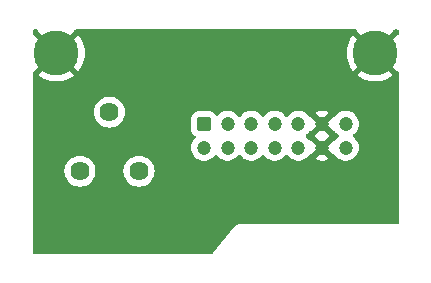
<source format=gbr>
%TF.GenerationSoftware,KiCad,Pcbnew,8.0.6*%
%TF.CreationDate,2024-11-16T20:49:17+00:00*%
%TF.ProjectId,LED_strip_DVD_xbox,4c45445f-7374-4726-9970-5f4456445f78,rev?*%
%TF.SameCoordinates,Original*%
%TF.FileFunction,Copper,L2,Bot*%
%TF.FilePolarity,Positive*%
%FSLAX46Y46*%
G04 Gerber Fmt 4.6, Leading zero omitted, Abs format (unit mm)*
G04 Created by KiCad (PCBNEW 8.0.6) date 2024-11-16 20:49:17*
%MOMM*%
%LPD*%
G01*
G04 APERTURE LIST*
G04 Aperture macros list*
%AMRoundRect*
0 Rectangle with rounded corners*
0 $1 Rounding radius*
0 $2 $3 $4 $5 $6 $7 $8 $9 X,Y pos of 4 corners*
0 Add a 4 corners polygon primitive as box body*
4,1,4,$2,$3,$4,$5,$6,$7,$8,$9,$2,$3,0*
0 Add four circle primitives for the rounded corners*
1,1,$1+$1,$2,$3*
1,1,$1+$1,$4,$5*
1,1,$1+$1,$6,$7*
1,1,$1+$1,$8,$9*
0 Add four rect primitives between the rounded corners*
20,1,$1+$1,$2,$3,$4,$5,0*
20,1,$1+$1,$4,$5,$6,$7,0*
20,1,$1+$1,$6,$7,$8,$9,0*
20,1,$1+$1,$8,$9,$2,$3,0*%
G04 Aperture macros list end*
%TA.AperFunction,ComponentPad*%
%ADD10C,3.800000*%
%TD*%
%TA.AperFunction,ComponentPad*%
%ADD11RoundRect,0.250000X-0.350000X-0.350000X0.350000X-0.350000X0.350000X0.350000X-0.350000X0.350000X0*%
%TD*%
%TA.AperFunction,ComponentPad*%
%ADD12C,1.200000*%
%TD*%
%TA.AperFunction,ComponentPad*%
%ADD13C,1.620000*%
%TD*%
G04 APERTURE END LIST*
D10*
%TO.P,REF\u002A\u002A,1*%
%TO.N,GND*%
X134500000Y-70000000D03*
%TD*%
D11*
%TO.P,J1,1,Pin_1*%
%TO.N,unconnected-(J1-Pin_1-Pad1)*%
X147000000Y-76000000D03*
D12*
%TO.P,J1,2,Pin_2*%
%TO.N,+5V*%
X147000000Y-78000000D03*
%TO.P,J1,3,Pin_3*%
%TO.N,unconnected-(J1-Pin_3-Pad3)*%
X149000000Y-76000000D03*
%TO.P,J1,4,Pin_4*%
%TO.N,unconnected-(J1-Pin_4-Pad4)*%
X149000000Y-78000000D03*
%TO.P,J1,5,Pin_5*%
%TO.N,unconnected-(J1-Pin_5-Pad5)*%
X151000000Y-76000000D03*
%TO.P,J1,6,Pin_6*%
%TO.N,unconnected-(J1-Pin_6-Pad6)*%
X151000000Y-78000000D03*
%TO.P,J1,7,Pin_7*%
%TO.N,unconnected-(J1-Pin_7-Pad7)*%
X153000000Y-76000000D03*
%TO.P,J1,8,Pin_8*%
%TO.N,unconnected-(J1-Pin_8-Pad8)*%
X153000000Y-78000000D03*
%TO.P,J1,9,Pin_9*%
%TO.N,unconnected-(J1-Pin_9-Pad9)*%
X155000000Y-76000000D03*
%TO.P,J1,10,Pin_10*%
%TO.N,unconnected-(J1-Pin_10-Pad10)*%
X155000000Y-78000000D03*
%TO.P,J1,11,Pin_11*%
%TO.N,GND*%
X157000000Y-76000000D03*
%TO.P,J1,12,Pin_12*%
X157000000Y-78000000D03*
%TO.P,J1,13,Pin_13*%
%TO.N,unconnected-(J1-Pin_13-Pad13)*%
X159000000Y-76000000D03*
%TO.P,J1,14*%
%TO.N,N/C*%
X159000000Y-78000000D03*
%TD*%
D13*
%TO.P,RV1,1,1*%
%TO.N,+5V*%
X141500000Y-80000000D03*
%TO.P,RV1,2,2*%
%TO.N,Net-(R1-Pad2)*%
X139000000Y-75000000D03*
%TO.P,RV1,3,3*%
%TO.N,unconnected-(RV1-Pad3)*%
X136500000Y-80000000D03*
%TD*%
D10*
%TO.P,REF\u002A\u002A,2*%
%TO.N,GND*%
X161500000Y-70000000D03*
%TD*%
%TA.AperFunction,Conductor*%
%TO.N,GND*%
G36*
X156625000Y-76049370D02*
G01*
X156650556Y-76144745D01*
X156699925Y-76230255D01*
X156769745Y-76300075D01*
X156855255Y-76349444D01*
X156950630Y-76375000D01*
X156978553Y-76375000D01*
X156419311Y-76934240D01*
X156425283Y-76985709D01*
X156425283Y-77014289D01*
X156419311Y-77065758D01*
X156978554Y-77625000D01*
X156950630Y-77625000D01*
X156855255Y-77650556D01*
X156769745Y-77699925D01*
X156699925Y-77769745D01*
X156650556Y-77855255D01*
X156625000Y-77950630D01*
X156625000Y-77978553D01*
X156062532Y-77416086D01*
X156011352Y-77419645D01*
X155943108Y-77404658D01*
X155903797Y-77370671D01*
X155816762Y-77255418D01*
X155666042Y-77118019D01*
X155654723Y-77111011D01*
X155645704Y-77105426D01*
X155599069Y-77053401D01*
X155587964Y-76984419D01*
X155615916Y-76920385D01*
X155645703Y-76894573D01*
X155666041Y-76881981D01*
X155741402Y-76813280D01*
X155816763Y-76744580D01*
X155816764Y-76744579D01*
X155873589Y-76669331D01*
X155903794Y-76629333D01*
X155959903Y-76587696D01*
X156011338Y-76580357D01*
X156062533Y-76583911D01*
X156625000Y-76021445D01*
X156625000Y-76049370D01*
G37*
%TD.AperFunction*%
%TA.AperFunction,Conductor*%
G36*
X157937465Y-76583912D02*
G01*
X157988683Y-76580363D01*
X158056923Y-76595365D01*
X158096210Y-76629339D01*
X158126415Y-76669336D01*
X158183234Y-76744577D01*
X158183237Y-76744580D01*
X158233477Y-76790379D01*
X158333959Y-76881981D01*
X158354294Y-76894572D01*
X158354296Y-76894573D01*
X158400931Y-76946601D01*
X158412035Y-77015583D01*
X158384082Y-77079617D01*
X158354296Y-77105427D01*
X158333957Y-77118020D01*
X158183236Y-77255419D01*
X158096206Y-77370665D01*
X158040097Y-77412300D01*
X157988669Y-77419640D01*
X157937465Y-77416087D01*
X157375000Y-77978552D01*
X157375000Y-77950630D01*
X157349444Y-77855255D01*
X157300075Y-77769745D01*
X157230255Y-77699925D01*
X157144745Y-77650556D01*
X157049370Y-77625000D01*
X157021447Y-77625000D01*
X157580686Y-77065759D01*
X157574715Y-77014289D01*
X157574715Y-76985708D01*
X157580686Y-76934240D01*
X157021448Y-76375000D01*
X157049370Y-76375000D01*
X157144745Y-76349444D01*
X157230255Y-76300075D01*
X157300075Y-76230255D01*
X157349444Y-76144745D01*
X157375000Y-76049370D01*
X157375000Y-76021447D01*
X157937465Y-76583912D01*
G37*
%TD.AperFunction*%
%TA.AperFunction,Conductor*%
G36*
X159929890Y-68020185D02*
G01*
X159975645Y-68072989D01*
X159986187Y-68132634D01*
X160917262Y-69063709D01*
X160783398Y-69160967D01*
X160660967Y-69283398D01*
X160563709Y-69417262D01*
X159635311Y-68488864D01*
X159554520Y-68586525D01*
X159554518Y-68586528D01*
X159392707Y-68841502D01*
X159392704Y-68841508D01*
X159264127Y-69114747D01*
X159264125Y-69114752D01*
X159170805Y-69401959D01*
X159114216Y-69698609D01*
X159114215Y-69698616D01*
X159095255Y-69999994D01*
X159095255Y-70000005D01*
X159114215Y-70301383D01*
X159114216Y-70301390D01*
X159170805Y-70598040D01*
X159264125Y-70885247D01*
X159264127Y-70885252D01*
X159392704Y-71158491D01*
X159392707Y-71158497D01*
X159554516Y-71413469D01*
X159635311Y-71511133D01*
X160563708Y-70582736D01*
X160660967Y-70716602D01*
X160783398Y-70839033D01*
X160917262Y-70936290D01*
X159986564Y-71866987D01*
X159986565Y-71866989D01*
X160211461Y-72030385D01*
X160211479Y-72030397D01*
X160476109Y-72175878D01*
X160476117Y-72175882D01*
X160756889Y-72287047D01*
X160756892Y-72287048D01*
X161049399Y-72362150D01*
X161348995Y-72399999D01*
X161349007Y-72400000D01*
X161650993Y-72400000D01*
X161651004Y-72399999D01*
X161950600Y-72362150D01*
X162243107Y-72287048D01*
X162243110Y-72287047D01*
X162523882Y-72175882D01*
X162523890Y-72175878D01*
X162788520Y-72030397D01*
X162788530Y-72030390D01*
X163013433Y-71866987D01*
X163013434Y-71866987D01*
X162082737Y-70936290D01*
X162216602Y-70839033D01*
X162339033Y-70716602D01*
X162436290Y-70582737D01*
X163364687Y-71511134D01*
X163369658Y-71510900D01*
X163437551Y-71527404D01*
X163485742Y-71577994D01*
X163499500Y-71634762D01*
X163499500Y-84375500D01*
X163479815Y-84442539D01*
X163427011Y-84488294D01*
X163375500Y-84499500D01*
X150047280Y-84499500D01*
X150028610Y-84498086D01*
X150021917Y-84497066D01*
X150010219Y-84495285D01*
X150010218Y-84495285D01*
X149994661Y-84497013D01*
X149979104Y-84498742D01*
X149965412Y-84499500D01*
X149934105Y-84499500D01*
X149916124Y-84504318D01*
X149897729Y-84507783D01*
X149879244Y-84509836D01*
X149879236Y-84509839D01*
X149850079Y-84521229D01*
X149837059Y-84525502D01*
X149806816Y-84533606D01*
X149806815Y-84533607D01*
X149790692Y-84542915D01*
X149773826Y-84551021D01*
X149756492Y-84557793D01*
X149731266Y-84576350D01*
X149719794Y-84583848D01*
X149692686Y-84599499D01*
X149679526Y-84612659D01*
X149665335Y-84624852D01*
X149650338Y-84635885D01*
X149630779Y-84660333D01*
X149621640Y-84670544D01*
X149599501Y-84692684D01*
X149599497Y-84692690D01*
X149590194Y-84708802D01*
X149579638Y-84724258D01*
X147796677Y-86952962D01*
X147739427Y-86993014D01*
X147699849Y-86999500D01*
X132624500Y-86999500D01*
X132557461Y-86979815D01*
X132511706Y-86927011D01*
X132500500Y-86875500D01*
X132500500Y-79999997D01*
X135184494Y-79999997D01*
X135184494Y-80000002D01*
X135204478Y-80228429D01*
X135204479Y-80228436D01*
X135263827Y-80449925D01*
X135263828Y-80449927D01*
X135263829Y-80449930D01*
X135360738Y-80657753D01*
X135492264Y-80845591D01*
X135654409Y-81007736D01*
X135842247Y-81139262D01*
X136050070Y-81236171D01*
X136271565Y-81295521D01*
X136434732Y-81309796D01*
X136499998Y-81315506D01*
X136500000Y-81315506D01*
X136500002Y-81315506D01*
X136557108Y-81310509D01*
X136728435Y-81295521D01*
X136949930Y-81236171D01*
X137157753Y-81139262D01*
X137345591Y-81007736D01*
X137507736Y-80845591D01*
X137639262Y-80657753D01*
X137736171Y-80449930D01*
X137795521Y-80228435D01*
X137815506Y-80000000D01*
X137815506Y-79999997D01*
X140184494Y-79999997D01*
X140184494Y-80000002D01*
X140204478Y-80228429D01*
X140204479Y-80228436D01*
X140263827Y-80449925D01*
X140263828Y-80449927D01*
X140263829Y-80449930D01*
X140360738Y-80657753D01*
X140492264Y-80845591D01*
X140654409Y-81007736D01*
X140842247Y-81139262D01*
X141050070Y-81236171D01*
X141271565Y-81295521D01*
X141434732Y-81309796D01*
X141499998Y-81315506D01*
X141500000Y-81315506D01*
X141500002Y-81315506D01*
X141557108Y-81310509D01*
X141728435Y-81295521D01*
X141949930Y-81236171D01*
X142157753Y-81139262D01*
X142345591Y-81007736D01*
X142507736Y-80845591D01*
X142639262Y-80657753D01*
X142736171Y-80449930D01*
X142795521Y-80228435D01*
X142815506Y-80000000D01*
X142795521Y-79771565D01*
X142736171Y-79550070D01*
X142639262Y-79342247D01*
X142507736Y-79154409D01*
X142345591Y-78992264D01*
X142157753Y-78860738D01*
X141949930Y-78763829D01*
X141949927Y-78763828D01*
X141949925Y-78763827D01*
X141728436Y-78704479D01*
X141728429Y-78704478D01*
X141500002Y-78684494D01*
X141499998Y-78684494D01*
X141271570Y-78704478D01*
X141271563Y-78704479D01*
X141050074Y-78763827D01*
X141050070Y-78763829D01*
X140842247Y-78860738D01*
X140654409Y-78992264D01*
X140654407Y-78992265D01*
X140654404Y-78992268D01*
X140492268Y-79154404D01*
X140360738Y-79342247D01*
X140263830Y-79550068D01*
X140263827Y-79550074D01*
X140204479Y-79771563D01*
X140204478Y-79771570D01*
X140184494Y-79999997D01*
X137815506Y-79999997D01*
X137795521Y-79771565D01*
X137736171Y-79550070D01*
X137639262Y-79342247D01*
X137507736Y-79154409D01*
X137345591Y-78992264D01*
X137157753Y-78860738D01*
X136949930Y-78763829D01*
X136949927Y-78763828D01*
X136949925Y-78763827D01*
X136728436Y-78704479D01*
X136728429Y-78704478D01*
X136500002Y-78684494D01*
X136499998Y-78684494D01*
X136271570Y-78704478D01*
X136271563Y-78704479D01*
X136050074Y-78763827D01*
X136050070Y-78763829D01*
X135842247Y-78860738D01*
X135654409Y-78992264D01*
X135654407Y-78992265D01*
X135654404Y-78992268D01*
X135492268Y-79154404D01*
X135360738Y-79342247D01*
X135263830Y-79550068D01*
X135263827Y-79550074D01*
X135204479Y-79771563D01*
X135204478Y-79771570D01*
X135184494Y-79999997D01*
X132500500Y-79999997D01*
X132500500Y-77999999D01*
X145894785Y-77999999D01*
X145894785Y-78000000D01*
X145913602Y-78203082D01*
X145969417Y-78399247D01*
X145969422Y-78399260D01*
X146060327Y-78581821D01*
X146183237Y-78744581D01*
X146333958Y-78881980D01*
X146333960Y-78881982D01*
X146418360Y-78934240D01*
X146507363Y-78989348D01*
X146697544Y-79063024D01*
X146898024Y-79100500D01*
X146898026Y-79100500D01*
X147101974Y-79100500D01*
X147101976Y-79100500D01*
X147302456Y-79063024D01*
X147492637Y-78989348D01*
X147666041Y-78881981D01*
X147816764Y-78744579D01*
X147901046Y-78632970D01*
X147957155Y-78591335D01*
X148026867Y-78586644D01*
X148088049Y-78620386D01*
X148098954Y-78632971D01*
X148183237Y-78744581D01*
X148333958Y-78881980D01*
X148333960Y-78881982D01*
X148418360Y-78934240D01*
X148507363Y-78989348D01*
X148697544Y-79063024D01*
X148898024Y-79100500D01*
X148898026Y-79100500D01*
X149101974Y-79100500D01*
X149101976Y-79100500D01*
X149302456Y-79063024D01*
X149492637Y-78989348D01*
X149666041Y-78881981D01*
X149816764Y-78744579D01*
X149901046Y-78632970D01*
X149957155Y-78591335D01*
X150026867Y-78586644D01*
X150088049Y-78620386D01*
X150098954Y-78632971D01*
X150183237Y-78744581D01*
X150333958Y-78881980D01*
X150333960Y-78881982D01*
X150418360Y-78934240D01*
X150507363Y-78989348D01*
X150697544Y-79063024D01*
X150898024Y-79100500D01*
X150898026Y-79100500D01*
X151101974Y-79100500D01*
X151101976Y-79100500D01*
X151302456Y-79063024D01*
X151492637Y-78989348D01*
X151666041Y-78881981D01*
X151816764Y-78744579D01*
X151901046Y-78632970D01*
X151957155Y-78591335D01*
X152026867Y-78586644D01*
X152088049Y-78620386D01*
X152098954Y-78632971D01*
X152183237Y-78744581D01*
X152333958Y-78881980D01*
X152333960Y-78881982D01*
X152418360Y-78934240D01*
X152507363Y-78989348D01*
X152697544Y-79063024D01*
X152898024Y-79100500D01*
X152898026Y-79100500D01*
X153101974Y-79100500D01*
X153101976Y-79100500D01*
X153302456Y-79063024D01*
X153492637Y-78989348D01*
X153666041Y-78881981D01*
X153816764Y-78744579D01*
X153901046Y-78632970D01*
X153957155Y-78591335D01*
X154026867Y-78586644D01*
X154088049Y-78620386D01*
X154098954Y-78632971D01*
X154183237Y-78744581D01*
X154333958Y-78881980D01*
X154333960Y-78881982D01*
X154418360Y-78934240D01*
X154507363Y-78989348D01*
X154697544Y-79063024D01*
X154898024Y-79100500D01*
X154898026Y-79100500D01*
X155101974Y-79100500D01*
X155101976Y-79100500D01*
X155302456Y-79063024D01*
X155492637Y-78989348D01*
X155666041Y-78881981D01*
X155816764Y-78744579D01*
X155867964Y-78676778D01*
X155903794Y-78629333D01*
X155959903Y-78587696D01*
X156011338Y-78580357D01*
X156062533Y-78583911D01*
X156625000Y-78021445D01*
X156625000Y-78049370D01*
X156650556Y-78144745D01*
X156699925Y-78230255D01*
X156769745Y-78300075D01*
X156855255Y-78349444D01*
X156950630Y-78375000D01*
X156978553Y-78375000D01*
X156419311Y-78934240D01*
X156507585Y-78988897D01*
X156697678Y-79062539D01*
X156898072Y-79100000D01*
X157101928Y-79100000D01*
X157302322Y-79062539D01*
X157492412Y-78988899D01*
X157492416Y-78988897D01*
X157580686Y-78934241D01*
X157580686Y-78934240D01*
X157021448Y-78375000D01*
X157049370Y-78375000D01*
X157144745Y-78349444D01*
X157230255Y-78300075D01*
X157300075Y-78230255D01*
X157349444Y-78144745D01*
X157375000Y-78049370D01*
X157375000Y-78021447D01*
X157937465Y-78583912D01*
X157988683Y-78580363D01*
X158056923Y-78595365D01*
X158096210Y-78629339D01*
X158137862Y-78684494D01*
X158183234Y-78744577D01*
X158183237Y-78744580D01*
X158333958Y-78881980D01*
X158333960Y-78881982D01*
X158418360Y-78934240D01*
X158507363Y-78989348D01*
X158697544Y-79063024D01*
X158898024Y-79100500D01*
X158898026Y-79100500D01*
X159101974Y-79100500D01*
X159101976Y-79100500D01*
X159302456Y-79063024D01*
X159492637Y-78989348D01*
X159666041Y-78881981D01*
X159816764Y-78744579D01*
X159939673Y-78581821D01*
X160030582Y-78399250D01*
X160086397Y-78203083D01*
X160105215Y-78000000D01*
X160086397Y-77796917D01*
X160030582Y-77600750D01*
X159939673Y-77418179D01*
X159816764Y-77255421D01*
X159816762Y-77255418D01*
X159666042Y-77118019D01*
X159654723Y-77111011D01*
X159645704Y-77105426D01*
X159599069Y-77053401D01*
X159587964Y-76984419D01*
X159615916Y-76920385D01*
X159645703Y-76894573D01*
X159666041Y-76881981D01*
X159735511Y-76818651D01*
X159816762Y-76744581D01*
X159816764Y-76744579D01*
X159939673Y-76581821D01*
X160030582Y-76399250D01*
X160086397Y-76203083D01*
X160105215Y-76000000D01*
X160086397Y-75796917D01*
X160030582Y-75600750D01*
X160030204Y-75599991D01*
X159986272Y-75511764D01*
X159939673Y-75418179D01*
X159816764Y-75255421D01*
X159816762Y-75255418D01*
X159666041Y-75118019D01*
X159666039Y-75118017D01*
X159492642Y-75010655D01*
X159492635Y-75010651D01*
X159303705Y-74937460D01*
X159302456Y-74936976D01*
X159101976Y-74899500D01*
X158898024Y-74899500D01*
X158697544Y-74936976D01*
X158697541Y-74936976D01*
X158697541Y-74936977D01*
X158507364Y-75010651D01*
X158507357Y-75010655D01*
X158333960Y-75118017D01*
X158333958Y-75118019D01*
X158183236Y-75255419D01*
X158096206Y-75370665D01*
X158040097Y-75412300D01*
X157988669Y-75419640D01*
X157937465Y-75416087D01*
X157375000Y-75978552D01*
X157375000Y-75950630D01*
X157349444Y-75855255D01*
X157300075Y-75769745D01*
X157230255Y-75699925D01*
X157144745Y-75650556D01*
X157049370Y-75625000D01*
X157021447Y-75625000D01*
X157580687Y-75065758D01*
X157492413Y-75011101D01*
X157492411Y-75011100D01*
X157302321Y-74937460D01*
X157101928Y-74900000D01*
X156898072Y-74900000D01*
X156697678Y-74937460D01*
X156507588Y-75011100D01*
X156507581Y-75011104D01*
X156419312Y-75065757D01*
X156419311Y-75065758D01*
X156978554Y-75625000D01*
X156950630Y-75625000D01*
X156855255Y-75650556D01*
X156769745Y-75699925D01*
X156699925Y-75769745D01*
X156650556Y-75855255D01*
X156625000Y-75950630D01*
X156625000Y-75978553D01*
X156062532Y-75416086D01*
X156011352Y-75419645D01*
X155943108Y-75404658D01*
X155903797Y-75370671D01*
X155816762Y-75255418D01*
X155666041Y-75118019D01*
X155666039Y-75118017D01*
X155492642Y-75010655D01*
X155492635Y-75010651D01*
X155303705Y-74937460D01*
X155302456Y-74936976D01*
X155101976Y-74899500D01*
X154898024Y-74899500D01*
X154697544Y-74936976D01*
X154697541Y-74936976D01*
X154697541Y-74936977D01*
X154507364Y-75010651D01*
X154507357Y-75010655D01*
X154333960Y-75118017D01*
X154333958Y-75118019D01*
X154183237Y-75255419D01*
X154098954Y-75367028D01*
X154042845Y-75408664D01*
X153973133Y-75413355D01*
X153911951Y-75379613D01*
X153901046Y-75367028D01*
X153849699Y-75299034D01*
X153816764Y-75255421D01*
X153803225Y-75243079D01*
X153666041Y-75118019D01*
X153666039Y-75118017D01*
X153492642Y-75010655D01*
X153492635Y-75010651D01*
X153303705Y-74937460D01*
X153302456Y-74936976D01*
X153101976Y-74899500D01*
X152898024Y-74899500D01*
X152697544Y-74936976D01*
X152697541Y-74936976D01*
X152697541Y-74936977D01*
X152507364Y-75010651D01*
X152507357Y-75010655D01*
X152333960Y-75118017D01*
X152333958Y-75118019D01*
X152183237Y-75255419D01*
X152098954Y-75367028D01*
X152042845Y-75408664D01*
X151973133Y-75413355D01*
X151911951Y-75379613D01*
X151901046Y-75367028D01*
X151849699Y-75299034D01*
X151816764Y-75255421D01*
X151803225Y-75243079D01*
X151666041Y-75118019D01*
X151666039Y-75118017D01*
X151492642Y-75010655D01*
X151492635Y-75010651D01*
X151303705Y-74937460D01*
X151302456Y-74936976D01*
X151101976Y-74899500D01*
X150898024Y-74899500D01*
X150697544Y-74936976D01*
X150697541Y-74936976D01*
X150697541Y-74936977D01*
X150507364Y-75010651D01*
X150507357Y-75010655D01*
X150333960Y-75118017D01*
X150333958Y-75118019D01*
X150183237Y-75255419D01*
X150098954Y-75367028D01*
X150042845Y-75408664D01*
X149973133Y-75413355D01*
X149911951Y-75379613D01*
X149901046Y-75367028D01*
X149849699Y-75299034D01*
X149816764Y-75255421D01*
X149803225Y-75243079D01*
X149666041Y-75118019D01*
X149666039Y-75118017D01*
X149492642Y-75010655D01*
X149492635Y-75010651D01*
X149303705Y-74937460D01*
X149302456Y-74936976D01*
X149101976Y-74899500D01*
X148898024Y-74899500D01*
X148697544Y-74936976D01*
X148697541Y-74936976D01*
X148697541Y-74936977D01*
X148507364Y-75010651D01*
X148507357Y-75010655D01*
X148333960Y-75118017D01*
X148333958Y-75118019D01*
X148183236Y-75255419D01*
X148179375Y-75259656D01*
X148177828Y-75258245D01*
X148129159Y-75294351D01*
X148059447Y-75299034D01*
X147998269Y-75265284D01*
X147980790Y-75243079D01*
X147942712Y-75181344D01*
X147818657Y-75057289D01*
X147818656Y-75057288D01*
X147669334Y-74965186D01*
X147502797Y-74910001D01*
X147502795Y-74910000D01*
X147400010Y-74899500D01*
X146599998Y-74899500D01*
X146599980Y-74899501D01*
X146497203Y-74910000D01*
X146497200Y-74910001D01*
X146330668Y-74965185D01*
X146330663Y-74965187D01*
X146181342Y-75057289D01*
X146057289Y-75181342D01*
X145965187Y-75330663D01*
X145965185Y-75330668D01*
X145940667Y-75404658D01*
X145910001Y-75497203D01*
X145910001Y-75497204D01*
X145910000Y-75497204D01*
X145899500Y-75599983D01*
X145899500Y-76400001D01*
X145899501Y-76400019D01*
X145910000Y-76502796D01*
X145910001Y-76502799D01*
X145940675Y-76595365D01*
X145965186Y-76669334D01*
X146011598Y-76744581D01*
X146057289Y-76818657D01*
X146181344Y-76942712D01*
X146247062Y-76983247D01*
X146293787Y-77035195D01*
X146305010Y-77104157D01*
X146277166Y-77168240D01*
X146265504Y-77180423D01*
X146183237Y-77255418D01*
X146060327Y-77418178D01*
X145969422Y-77600739D01*
X145969417Y-77600752D01*
X145913602Y-77796917D01*
X145894785Y-77999999D01*
X132500500Y-77999999D01*
X132500500Y-74999997D01*
X137684494Y-74999997D01*
X137684494Y-75000002D01*
X137704478Y-75228429D01*
X137704479Y-75228436D01*
X137763827Y-75449925D01*
X137763828Y-75449927D01*
X137763829Y-75449930D01*
X137860738Y-75657753D01*
X137992264Y-75845591D01*
X138154409Y-76007736D01*
X138342247Y-76139262D01*
X138550070Y-76236171D01*
X138771565Y-76295521D01*
X138934732Y-76309796D01*
X138999998Y-76315506D01*
X139000000Y-76315506D01*
X139000002Y-76315506D01*
X139057108Y-76310509D01*
X139228435Y-76295521D01*
X139449930Y-76236171D01*
X139657753Y-76139262D01*
X139845591Y-76007736D01*
X140007736Y-75845591D01*
X140139262Y-75657753D01*
X140236171Y-75449930D01*
X140295521Y-75228435D01*
X140315506Y-75000000D01*
X140295521Y-74771565D01*
X140236171Y-74550070D01*
X140139262Y-74342247D01*
X140007736Y-74154409D01*
X139845591Y-73992264D01*
X139657753Y-73860738D01*
X139449930Y-73763829D01*
X139449927Y-73763828D01*
X139449925Y-73763827D01*
X139228436Y-73704479D01*
X139228429Y-73704478D01*
X139000002Y-73684494D01*
X138999998Y-73684494D01*
X138771570Y-73704478D01*
X138771563Y-73704479D01*
X138550074Y-73763827D01*
X138550070Y-73763829D01*
X138342247Y-73860738D01*
X138154409Y-73992264D01*
X138154407Y-73992265D01*
X138154404Y-73992268D01*
X137992268Y-74154404D01*
X137860738Y-74342247D01*
X137763830Y-74550068D01*
X137763827Y-74550074D01*
X137704479Y-74771563D01*
X137704478Y-74771570D01*
X137684494Y-74999997D01*
X132500500Y-74999997D01*
X132500500Y-71634762D01*
X132520185Y-71567723D01*
X132572989Y-71521968D01*
X132630342Y-71510900D01*
X132635311Y-71511134D01*
X133563708Y-70582736D01*
X133660967Y-70716602D01*
X133783398Y-70839033D01*
X133917262Y-70936290D01*
X132986564Y-71866987D01*
X132986565Y-71866989D01*
X133211461Y-72030385D01*
X133211479Y-72030397D01*
X133476109Y-72175878D01*
X133476117Y-72175882D01*
X133756889Y-72287047D01*
X133756892Y-72287048D01*
X134049399Y-72362150D01*
X134348995Y-72399999D01*
X134349007Y-72400000D01*
X134650993Y-72400000D01*
X134651004Y-72399999D01*
X134950600Y-72362150D01*
X135243107Y-72287048D01*
X135243110Y-72287047D01*
X135523882Y-72175882D01*
X135523890Y-72175878D01*
X135788520Y-72030397D01*
X135788530Y-72030390D01*
X136013433Y-71866987D01*
X136013434Y-71866987D01*
X135082737Y-70936290D01*
X135216602Y-70839033D01*
X135339033Y-70716602D01*
X135436290Y-70582737D01*
X136364687Y-71511134D01*
X136445486Y-71413464D01*
X136607292Y-71158497D01*
X136607295Y-71158491D01*
X136735872Y-70885252D01*
X136735874Y-70885247D01*
X136829194Y-70598040D01*
X136885783Y-70301390D01*
X136885784Y-70301383D01*
X136904745Y-70000005D01*
X136904745Y-69999994D01*
X136885784Y-69698616D01*
X136885783Y-69698609D01*
X136829194Y-69401959D01*
X136735874Y-69114752D01*
X136735872Y-69114747D01*
X136607295Y-68841508D01*
X136607292Y-68841502D01*
X136445483Y-68586530D01*
X136364686Y-68488864D01*
X135436289Y-69417261D01*
X135339033Y-69283398D01*
X135216602Y-69160967D01*
X135082736Y-69063709D01*
X136013878Y-68132567D01*
X136027895Y-68065851D01*
X136076946Y-68016095D01*
X136137148Y-68000500D01*
X159862851Y-68000500D01*
X159929890Y-68020185D01*
G37*
%TD.AperFunction*%
%TA.AperFunction,Conductor*%
G36*
X132929890Y-68020185D02*
G01*
X132975645Y-68072989D01*
X132986187Y-68132634D01*
X133917262Y-69063709D01*
X133783398Y-69160967D01*
X133660967Y-69283398D01*
X133563709Y-69417262D01*
X132635310Y-68488863D01*
X132630340Y-68489098D01*
X132562448Y-68472593D01*
X132514257Y-68422002D01*
X132500500Y-68365236D01*
X132500500Y-68124500D01*
X132520185Y-68057461D01*
X132572989Y-68011706D01*
X132624500Y-68000500D01*
X132862851Y-68000500D01*
X132929890Y-68020185D01*
G37*
%TD.AperFunction*%
%TA.AperFunction,Conductor*%
G36*
X163442539Y-68020185D02*
G01*
X163488294Y-68072989D01*
X163499500Y-68124500D01*
X163499500Y-68365236D01*
X163479815Y-68432275D01*
X163427011Y-68478030D01*
X163369660Y-68489098D01*
X163364688Y-68488863D01*
X162436289Y-69417261D01*
X162339033Y-69283398D01*
X162216602Y-69160967D01*
X162082736Y-69063709D01*
X163013878Y-68132567D01*
X163027895Y-68065851D01*
X163076946Y-68016095D01*
X163137148Y-68000500D01*
X163375500Y-68000500D01*
X163442539Y-68020185D01*
G37*
%TD.AperFunction*%
%TD*%
M02*

</source>
